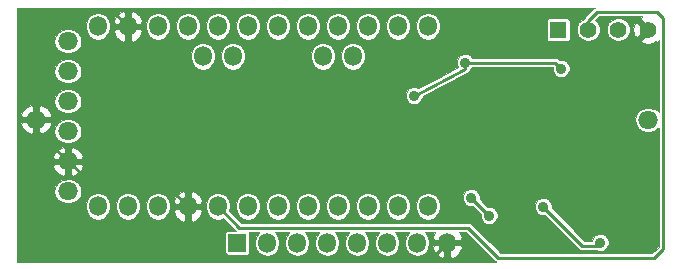
<source format=gbl>
G04 (created by PCBNEW (2013-jul-07)-stable) date Thu 14 Aug 2014 04:05:27 PM EDT*
%MOIN*%
G04 Gerber Fmt 3.4, Leading zero omitted, Abs format*
%FSLAX34Y34*%
G01*
G70*
G90*
G04 APERTURE LIST*
%ADD10C,0.00590551*%
%ADD11R,0.0590551X0.0590551*%
%ADD12O,0.0590551X0.0669291*%
%ADD13R,0.055X0.055*%
%ADD14C,0.055*%
%ADD15O,0.0669291X0.0590551*%
%ADD16C,0.035*%
%ADD17C,0.01*%
%ADD18C,0.0011811*%
G04 APERTURE END LIST*
G54D10*
G54D11*
X88200Y-57500D03*
G54D12*
X89200Y-57500D03*
X90200Y-57500D03*
X91200Y-57500D03*
X92200Y-57500D03*
X93200Y-57500D03*
X94200Y-57500D03*
X95200Y-57500D03*
G54D13*
X98900Y-50400D03*
G54D14*
X99900Y-50400D03*
X100900Y-50400D03*
X101900Y-50400D03*
G54D12*
X94560Y-56290D03*
X93560Y-56290D03*
X92560Y-56290D03*
X91560Y-56290D03*
X90560Y-56290D03*
X89560Y-56290D03*
X88560Y-56290D03*
X87560Y-56290D03*
X86560Y-56290D03*
X85560Y-56290D03*
X84560Y-56290D03*
X83560Y-56290D03*
X94560Y-50290D03*
X93560Y-50290D03*
X92560Y-50290D03*
X91560Y-50290D03*
X90560Y-50290D03*
X89560Y-50290D03*
X88560Y-50290D03*
X87560Y-50290D03*
X86560Y-50290D03*
X85560Y-50290D03*
X84560Y-50290D03*
X83560Y-50290D03*
G54D15*
X82560Y-50790D03*
X82560Y-51790D03*
X82560Y-52790D03*
X82560Y-53790D03*
X82560Y-54790D03*
X82560Y-55790D03*
G54D12*
X87060Y-51290D03*
X88060Y-51290D03*
X91060Y-51290D03*
X92060Y-51290D03*
G54D15*
X101900Y-53400D03*
X81500Y-53400D03*
G54D16*
X96000Y-56000D03*
X96600Y-56600D03*
X100300Y-57500D03*
X98400Y-56300D03*
X99000Y-51700D03*
X95800Y-51500D03*
X94100Y-52600D03*
G54D17*
X81500Y-53400D02*
X81500Y-50800D01*
X83970Y-49700D02*
X84560Y-50290D01*
X82600Y-49700D02*
X83970Y-49700D01*
X81500Y-50800D02*
X82600Y-49700D01*
X95200Y-57500D02*
X94700Y-58000D01*
X86560Y-57160D02*
X86560Y-56290D01*
X87400Y-58000D02*
X86560Y-57160D01*
X94700Y-58000D02*
X87400Y-58000D01*
X82560Y-54790D02*
X82590Y-54790D01*
X85870Y-55600D02*
X86560Y-56290D01*
X83400Y-55600D02*
X85870Y-55600D01*
X82590Y-54790D02*
X83400Y-55600D01*
X81500Y-53400D02*
X81500Y-53730D01*
X81500Y-53730D02*
X82560Y-54790D01*
X96600Y-56600D02*
X96000Y-56000D01*
X100200Y-57600D02*
X100300Y-57500D01*
X99700Y-57600D02*
X100200Y-57600D01*
X98400Y-56300D02*
X99700Y-57600D01*
X95800Y-51500D02*
X98800Y-51500D01*
X98800Y-51500D02*
X99000Y-51700D01*
X95800Y-51700D02*
X95800Y-51500D01*
X94100Y-52600D02*
X95800Y-51700D01*
X99900Y-50400D02*
X99900Y-50100D01*
X88270Y-57000D02*
X87560Y-56290D01*
X95900Y-57000D02*
X88270Y-57000D01*
X96900Y-58000D02*
X95900Y-57000D01*
X102100Y-58000D02*
X96900Y-58000D01*
X102400Y-57700D02*
X102100Y-58000D01*
X102400Y-50000D02*
X102400Y-57700D01*
X102200Y-49800D02*
X102400Y-50000D01*
X100200Y-49800D02*
X102200Y-49800D01*
X99900Y-50100D02*
X100200Y-49800D01*
G54D10*
G36*
X102244Y-57635D02*
X102035Y-57844D01*
X101280Y-57844D01*
X101280Y-50324D01*
X101223Y-50184D01*
X101116Y-50077D01*
X100976Y-50019D01*
X100824Y-50019D01*
X100684Y-50076D01*
X100577Y-50183D01*
X100519Y-50323D01*
X100519Y-50475D01*
X100576Y-50615D01*
X100683Y-50722D01*
X100823Y-50780D01*
X100975Y-50780D01*
X101115Y-50723D01*
X101222Y-50616D01*
X101280Y-50476D01*
X101280Y-50324D01*
X101280Y-57844D01*
X100580Y-57844D01*
X100580Y-57444D01*
X100538Y-57341D01*
X100459Y-57261D01*
X100356Y-57219D01*
X100244Y-57219D01*
X100141Y-57261D01*
X100061Y-57340D01*
X100019Y-57443D01*
X100019Y-57444D01*
X99764Y-57444D01*
X99280Y-56960D01*
X99280Y-51644D01*
X99280Y-51644D01*
X99280Y-50654D01*
X99280Y-50104D01*
X99264Y-50065D01*
X99235Y-50035D01*
X99196Y-50019D01*
X99154Y-50019D01*
X98604Y-50019D01*
X98565Y-50035D01*
X98535Y-50064D01*
X98519Y-50103D01*
X98519Y-50145D01*
X98519Y-50695D01*
X98535Y-50734D01*
X98564Y-50764D01*
X98603Y-50780D01*
X98645Y-50780D01*
X99195Y-50780D01*
X99234Y-50764D01*
X99264Y-50735D01*
X99280Y-50696D01*
X99280Y-50654D01*
X99280Y-51644D01*
X99238Y-51541D01*
X99159Y-51461D01*
X99056Y-51419D01*
X98944Y-51419D01*
X98940Y-51420D01*
X98910Y-51389D01*
X98859Y-51355D01*
X98800Y-51344D01*
X96039Y-51344D01*
X96038Y-51341D01*
X95959Y-51261D01*
X95856Y-51219D01*
X95744Y-51219D01*
X95641Y-51261D01*
X95561Y-51340D01*
X95519Y-51443D01*
X95519Y-51555D01*
X95558Y-51651D01*
X94961Y-51967D01*
X94961Y-50338D01*
X94961Y-50241D01*
X94930Y-50088D01*
X94843Y-49958D01*
X94713Y-49871D01*
X94560Y-49840D01*
X94406Y-49871D01*
X94276Y-49958D01*
X94189Y-50088D01*
X94158Y-50241D01*
X94158Y-50338D01*
X94189Y-50491D01*
X94276Y-50621D01*
X94406Y-50708D01*
X94560Y-50739D01*
X94713Y-50708D01*
X94843Y-50621D01*
X94930Y-50491D01*
X94961Y-50338D01*
X94961Y-51967D01*
X94235Y-52351D01*
X94156Y-52319D01*
X94044Y-52319D01*
X93961Y-52353D01*
X93961Y-50338D01*
X93961Y-50241D01*
X93930Y-50088D01*
X93843Y-49958D01*
X93713Y-49871D01*
X93560Y-49840D01*
X93406Y-49871D01*
X93276Y-49958D01*
X93189Y-50088D01*
X93158Y-50241D01*
X93158Y-50338D01*
X93189Y-50491D01*
X93276Y-50621D01*
X93406Y-50708D01*
X93560Y-50739D01*
X93713Y-50708D01*
X93843Y-50621D01*
X93930Y-50491D01*
X93961Y-50338D01*
X93961Y-52353D01*
X93941Y-52361D01*
X93861Y-52440D01*
X93819Y-52543D01*
X93819Y-52655D01*
X93861Y-52758D01*
X93940Y-52838D01*
X94043Y-52880D01*
X94155Y-52880D01*
X94258Y-52838D01*
X94338Y-52759D01*
X94380Y-52656D01*
X94380Y-52627D01*
X95872Y-51837D01*
X95890Y-51823D01*
X95910Y-51810D01*
X95914Y-51803D01*
X95920Y-51799D01*
X95930Y-51779D01*
X95944Y-51759D01*
X95945Y-51752D01*
X95948Y-51745D01*
X95949Y-51742D01*
X95958Y-51738D01*
X96038Y-51659D01*
X96039Y-51655D01*
X98719Y-51655D01*
X98719Y-51755D01*
X98761Y-51858D01*
X98840Y-51938D01*
X98943Y-51980D01*
X99055Y-51980D01*
X99158Y-51938D01*
X99238Y-51859D01*
X99280Y-51756D01*
X99280Y-51644D01*
X99280Y-56960D01*
X98679Y-56359D01*
X98680Y-56356D01*
X98680Y-56244D01*
X98638Y-56141D01*
X98559Y-56061D01*
X98456Y-56019D01*
X98344Y-56019D01*
X98241Y-56061D01*
X98161Y-56140D01*
X98119Y-56243D01*
X98119Y-56355D01*
X98161Y-56458D01*
X98240Y-56538D01*
X98343Y-56580D01*
X98455Y-56580D01*
X98459Y-56579D01*
X99589Y-57710D01*
X99640Y-57744D01*
X99640Y-57744D01*
X99700Y-57755D01*
X100183Y-57755D01*
X100243Y-57780D01*
X100355Y-57780D01*
X100458Y-57738D01*
X100538Y-57659D01*
X100580Y-57556D01*
X100580Y-57444D01*
X100580Y-57844D01*
X96964Y-57844D01*
X96880Y-57760D01*
X96880Y-56544D01*
X96838Y-56441D01*
X96759Y-56361D01*
X96656Y-56319D01*
X96544Y-56319D01*
X96540Y-56320D01*
X96279Y-56059D01*
X96280Y-56056D01*
X96280Y-55944D01*
X96238Y-55841D01*
X96159Y-55761D01*
X96056Y-55719D01*
X95944Y-55719D01*
X95841Y-55761D01*
X95761Y-55840D01*
X95719Y-55943D01*
X95719Y-56055D01*
X95761Y-56158D01*
X95840Y-56238D01*
X95943Y-56280D01*
X96055Y-56280D01*
X96059Y-56279D01*
X96320Y-56540D01*
X96319Y-56543D01*
X96319Y-56655D01*
X96361Y-56758D01*
X96440Y-56838D01*
X96543Y-56880D01*
X96655Y-56880D01*
X96758Y-56838D01*
X96838Y-56759D01*
X96880Y-56656D01*
X96880Y-56544D01*
X96880Y-57760D01*
X96010Y-56889D01*
X95959Y-56855D01*
X95900Y-56844D01*
X94961Y-56844D01*
X94961Y-56338D01*
X94961Y-56241D01*
X94930Y-56088D01*
X94843Y-55958D01*
X94713Y-55871D01*
X94560Y-55840D01*
X94406Y-55871D01*
X94276Y-55958D01*
X94189Y-56088D01*
X94158Y-56241D01*
X94158Y-56338D01*
X94189Y-56491D01*
X94276Y-56621D01*
X94406Y-56708D01*
X94560Y-56739D01*
X94713Y-56708D01*
X94843Y-56621D01*
X94930Y-56491D01*
X94961Y-56338D01*
X94961Y-56844D01*
X93961Y-56844D01*
X93961Y-56338D01*
X93961Y-56241D01*
X93930Y-56088D01*
X93843Y-55958D01*
X93713Y-55871D01*
X93560Y-55840D01*
X93406Y-55871D01*
X93276Y-55958D01*
X93189Y-56088D01*
X93158Y-56241D01*
X93158Y-56338D01*
X93189Y-56491D01*
X93276Y-56621D01*
X93406Y-56708D01*
X93560Y-56739D01*
X93713Y-56708D01*
X93843Y-56621D01*
X93930Y-56491D01*
X93961Y-56338D01*
X93961Y-56844D01*
X92961Y-56844D01*
X92961Y-56338D01*
X92961Y-56241D01*
X92961Y-50338D01*
X92961Y-50241D01*
X92930Y-50088D01*
X92843Y-49958D01*
X92713Y-49871D01*
X92560Y-49840D01*
X92406Y-49871D01*
X92276Y-49958D01*
X92189Y-50088D01*
X92158Y-50241D01*
X92158Y-50338D01*
X92189Y-50491D01*
X92276Y-50621D01*
X92406Y-50708D01*
X92560Y-50739D01*
X92713Y-50708D01*
X92843Y-50621D01*
X92930Y-50491D01*
X92961Y-50338D01*
X92961Y-56241D01*
X92930Y-56088D01*
X92843Y-55958D01*
X92713Y-55871D01*
X92560Y-55840D01*
X92461Y-55860D01*
X92461Y-51338D01*
X92461Y-51241D01*
X92430Y-51088D01*
X92343Y-50958D01*
X92213Y-50871D01*
X92060Y-50840D01*
X91961Y-50860D01*
X91961Y-50338D01*
X91961Y-50241D01*
X91930Y-50088D01*
X91843Y-49958D01*
X91713Y-49871D01*
X91560Y-49840D01*
X91406Y-49871D01*
X91276Y-49958D01*
X91189Y-50088D01*
X91158Y-50241D01*
X91158Y-50338D01*
X91189Y-50491D01*
X91276Y-50621D01*
X91406Y-50708D01*
X91560Y-50739D01*
X91713Y-50708D01*
X91843Y-50621D01*
X91930Y-50491D01*
X91961Y-50338D01*
X91961Y-50860D01*
X91906Y-50871D01*
X91776Y-50958D01*
X91689Y-51088D01*
X91658Y-51241D01*
X91658Y-51338D01*
X91689Y-51491D01*
X91776Y-51621D01*
X91906Y-51708D01*
X92060Y-51739D01*
X92213Y-51708D01*
X92343Y-51621D01*
X92430Y-51491D01*
X92461Y-51338D01*
X92461Y-55860D01*
X92406Y-55871D01*
X92276Y-55958D01*
X92189Y-56088D01*
X92158Y-56241D01*
X92158Y-56338D01*
X92189Y-56491D01*
X92276Y-56621D01*
X92406Y-56708D01*
X92560Y-56739D01*
X92713Y-56708D01*
X92843Y-56621D01*
X92930Y-56491D01*
X92961Y-56338D01*
X92961Y-56844D01*
X91961Y-56844D01*
X91961Y-56338D01*
X91961Y-56241D01*
X91930Y-56088D01*
X91843Y-55958D01*
X91713Y-55871D01*
X91560Y-55840D01*
X91461Y-55860D01*
X91461Y-51338D01*
X91461Y-51241D01*
X91430Y-51088D01*
X91343Y-50958D01*
X91213Y-50871D01*
X91060Y-50840D01*
X90961Y-50860D01*
X90961Y-50338D01*
X90961Y-50241D01*
X90930Y-50088D01*
X90843Y-49958D01*
X90713Y-49871D01*
X90560Y-49840D01*
X90406Y-49871D01*
X90276Y-49958D01*
X90189Y-50088D01*
X90158Y-50241D01*
X90158Y-50338D01*
X90189Y-50491D01*
X90276Y-50621D01*
X90406Y-50708D01*
X90560Y-50739D01*
X90713Y-50708D01*
X90843Y-50621D01*
X90930Y-50491D01*
X90961Y-50338D01*
X90961Y-50860D01*
X90906Y-50871D01*
X90776Y-50958D01*
X90689Y-51088D01*
X90658Y-51241D01*
X90658Y-51338D01*
X90689Y-51491D01*
X90776Y-51621D01*
X90906Y-51708D01*
X91060Y-51739D01*
X91213Y-51708D01*
X91343Y-51621D01*
X91430Y-51491D01*
X91461Y-51338D01*
X91461Y-55860D01*
X91406Y-55871D01*
X91276Y-55958D01*
X91189Y-56088D01*
X91158Y-56241D01*
X91158Y-56338D01*
X91189Y-56491D01*
X91276Y-56621D01*
X91406Y-56708D01*
X91560Y-56739D01*
X91713Y-56708D01*
X91843Y-56621D01*
X91930Y-56491D01*
X91961Y-56338D01*
X91961Y-56844D01*
X90961Y-56844D01*
X90961Y-56338D01*
X90961Y-56241D01*
X90930Y-56088D01*
X90843Y-55958D01*
X90713Y-55871D01*
X90560Y-55840D01*
X90406Y-55871D01*
X90276Y-55958D01*
X90189Y-56088D01*
X90158Y-56241D01*
X90158Y-56338D01*
X90189Y-56491D01*
X90276Y-56621D01*
X90406Y-56708D01*
X90560Y-56739D01*
X90713Y-56708D01*
X90843Y-56621D01*
X90930Y-56491D01*
X90961Y-56338D01*
X90961Y-56844D01*
X89961Y-56844D01*
X89961Y-56338D01*
X89961Y-56241D01*
X89961Y-50338D01*
X89961Y-50241D01*
X89930Y-50088D01*
X89843Y-49958D01*
X89713Y-49871D01*
X89560Y-49840D01*
X89406Y-49871D01*
X89276Y-49958D01*
X89189Y-50088D01*
X89158Y-50241D01*
X89158Y-50338D01*
X89189Y-50491D01*
X89276Y-50621D01*
X89406Y-50708D01*
X89560Y-50739D01*
X89713Y-50708D01*
X89843Y-50621D01*
X89930Y-50491D01*
X89961Y-50338D01*
X89961Y-56241D01*
X89930Y-56088D01*
X89843Y-55958D01*
X89713Y-55871D01*
X89560Y-55840D01*
X89406Y-55871D01*
X89276Y-55958D01*
X89189Y-56088D01*
X89158Y-56241D01*
X89158Y-56338D01*
X89189Y-56491D01*
X89276Y-56621D01*
X89406Y-56708D01*
X89560Y-56739D01*
X89713Y-56708D01*
X89843Y-56621D01*
X89930Y-56491D01*
X89961Y-56338D01*
X89961Y-56844D01*
X88961Y-56844D01*
X88961Y-56338D01*
X88961Y-56241D01*
X88961Y-50338D01*
X88961Y-50241D01*
X88930Y-50088D01*
X88843Y-49958D01*
X88713Y-49871D01*
X88560Y-49840D01*
X88406Y-49871D01*
X88276Y-49958D01*
X88189Y-50088D01*
X88158Y-50241D01*
X88158Y-50338D01*
X88189Y-50491D01*
X88276Y-50621D01*
X88406Y-50708D01*
X88560Y-50739D01*
X88713Y-50708D01*
X88843Y-50621D01*
X88930Y-50491D01*
X88961Y-50338D01*
X88961Y-56241D01*
X88930Y-56088D01*
X88843Y-55958D01*
X88713Y-55871D01*
X88560Y-55840D01*
X88461Y-55860D01*
X88461Y-51338D01*
X88461Y-51241D01*
X88430Y-51088D01*
X88343Y-50958D01*
X88213Y-50871D01*
X88060Y-50840D01*
X87961Y-50860D01*
X87961Y-50338D01*
X87961Y-50241D01*
X87930Y-50088D01*
X87843Y-49958D01*
X87713Y-49871D01*
X87560Y-49840D01*
X87406Y-49871D01*
X87276Y-49958D01*
X87189Y-50088D01*
X87158Y-50241D01*
X87158Y-50338D01*
X87189Y-50491D01*
X87276Y-50621D01*
X87406Y-50708D01*
X87560Y-50739D01*
X87713Y-50708D01*
X87843Y-50621D01*
X87930Y-50491D01*
X87961Y-50338D01*
X87961Y-50860D01*
X87906Y-50871D01*
X87776Y-50958D01*
X87689Y-51088D01*
X87658Y-51241D01*
X87658Y-51338D01*
X87689Y-51491D01*
X87776Y-51621D01*
X87906Y-51708D01*
X88060Y-51739D01*
X88213Y-51708D01*
X88343Y-51621D01*
X88430Y-51491D01*
X88461Y-51338D01*
X88461Y-55860D01*
X88406Y-55871D01*
X88276Y-55958D01*
X88189Y-56088D01*
X88158Y-56241D01*
X88158Y-56338D01*
X88189Y-56491D01*
X88276Y-56621D01*
X88406Y-56708D01*
X88560Y-56739D01*
X88713Y-56708D01*
X88843Y-56621D01*
X88930Y-56491D01*
X88961Y-56338D01*
X88961Y-56844D01*
X88334Y-56844D01*
X87939Y-56448D01*
X87961Y-56338D01*
X87961Y-56241D01*
X87930Y-56088D01*
X87843Y-55958D01*
X87713Y-55871D01*
X87560Y-55840D01*
X87461Y-55860D01*
X87461Y-51338D01*
X87461Y-51241D01*
X87430Y-51088D01*
X87343Y-50958D01*
X87213Y-50871D01*
X87060Y-50840D01*
X86961Y-50860D01*
X86961Y-50338D01*
X86961Y-50241D01*
X86930Y-50088D01*
X86843Y-49958D01*
X86713Y-49871D01*
X86560Y-49840D01*
X86406Y-49871D01*
X86276Y-49958D01*
X86189Y-50088D01*
X86158Y-50241D01*
X86158Y-50338D01*
X86189Y-50491D01*
X86276Y-50621D01*
X86406Y-50708D01*
X86560Y-50739D01*
X86713Y-50708D01*
X86843Y-50621D01*
X86930Y-50491D01*
X86961Y-50338D01*
X86961Y-50860D01*
X86906Y-50871D01*
X86776Y-50958D01*
X86689Y-51088D01*
X86658Y-51241D01*
X86658Y-51338D01*
X86689Y-51491D01*
X86776Y-51621D01*
X86906Y-51708D01*
X87060Y-51739D01*
X87213Y-51708D01*
X87343Y-51621D01*
X87430Y-51491D01*
X87461Y-51338D01*
X87461Y-55860D01*
X87406Y-55871D01*
X87276Y-55958D01*
X87189Y-56088D01*
X87158Y-56241D01*
X87158Y-56338D01*
X87189Y-56491D01*
X87276Y-56621D01*
X87406Y-56708D01*
X87560Y-56739D01*
X87713Y-56708D01*
X87740Y-56690D01*
X88148Y-57098D01*
X87883Y-57098D01*
X87844Y-57114D01*
X87814Y-57144D01*
X87798Y-57183D01*
X87798Y-57225D01*
X87798Y-57816D01*
X87814Y-57855D01*
X87844Y-57885D01*
X87883Y-57901D01*
X87925Y-57901D01*
X88516Y-57901D01*
X88555Y-57885D01*
X88585Y-57855D01*
X88601Y-57816D01*
X88601Y-57774D01*
X88601Y-57183D01*
X88589Y-57155D01*
X88934Y-57155D01*
X88916Y-57168D01*
X88829Y-57298D01*
X88798Y-57451D01*
X88798Y-57548D01*
X88829Y-57701D01*
X88916Y-57831D01*
X89046Y-57918D01*
X89200Y-57949D01*
X89353Y-57918D01*
X89483Y-57831D01*
X89570Y-57701D01*
X89601Y-57548D01*
X89601Y-57451D01*
X89570Y-57298D01*
X89483Y-57168D01*
X89465Y-57155D01*
X89934Y-57155D01*
X89916Y-57168D01*
X89829Y-57298D01*
X89798Y-57451D01*
X89798Y-57548D01*
X89829Y-57701D01*
X89916Y-57831D01*
X90046Y-57918D01*
X90200Y-57949D01*
X90353Y-57918D01*
X90483Y-57831D01*
X90570Y-57701D01*
X90601Y-57548D01*
X90601Y-57451D01*
X90570Y-57298D01*
X90483Y-57168D01*
X90465Y-57155D01*
X90934Y-57155D01*
X90916Y-57168D01*
X90829Y-57298D01*
X90798Y-57451D01*
X90798Y-57548D01*
X90829Y-57701D01*
X90916Y-57831D01*
X91046Y-57918D01*
X91200Y-57949D01*
X91353Y-57918D01*
X91483Y-57831D01*
X91570Y-57701D01*
X91601Y-57548D01*
X91601Y-57451D01*
X91570Y-57298D01*
X91483Y-57168D01*
X91465Y-57155D01*
X91934Y-57155D01*
X91916Y-57168D01*
X91829Y-57298D01*
X91798Y-57451D01*
X91798Y-57548D01*
X91829Y-57701D01*
X91916Y-57831D01*
X92046Y-57918D01*
X92200Y-57949D01*
X92353Y-57918D01*
X92483Y-57831D01*
X92570Y-57701D01*
X92601Y-57548D01*
X92601Y-57451D01*
X92570Y-57298D01*
X92483Y-57168D01*
X92465Y-57155D01*
X92934Y-57155D01*
X92916Y-57168D01*
X92829Y-57298D01*
X92798Y-57451D01*
X92798Y-57548D01*
X92829Y-57701D01*
X92916Y-57831D01*
X93046Y-57918D01*
X93200Y-57949D01*
X93353Y-57918D01*
X93483Y-57831D01*
X93570Y-57701D01*
X93601Y-57548D01*
X93601Y-57451D01*
X93570Y-57298D01*
X93483Y-57168D01*
X93465Y-57155D01*
X93934Y-57155D01*
X93916Y-57168D01*
X93829Y-57298D01*
X93798Y-57451D01*
X93798Y-57548D01*
X93829Y-57701D01*
X93916Y-57831D01*
X94046Y-57918D01*
X94200Y-57949D01*
X94353Y-57918D01*
X94483Y-57831D01*
X94570Y-57701D01*
X94601Y-57548D01*
X94601Y-57451D01*
X94570Y-57298D01*
X94483Y-57168D01*
X94465Y-57155D01*
X94805Y-57155D01*
X94718Y-57328D01*
X94755Y-57405D01*
X95105Y-57405D01*
X95105Y-57398D01*
X95294Y-57398D01*
X95294Y-57405D01*
X95644Y-57405D01*
X95681Y-57328D01*
X95594Y-57155D01*
X95835Y-57155D01*
X96789Y-58110D01*
X96789Y-58110D01*
X96815Y-58127D01*
X96826Y-58135D01*
X95681Y-58135D01*
X95681Y-57671D01*
X95644Y-57594D01*
X95294Y-57594D01*
X95294Y-57979D01*
X95369Y-58010D01*
X95447Y-57972D01*
X95594Y-57845D01*
X95681Y-57671D01*
X95681Y-58135D01*
X95105Y-58135D01*
X95105Y-57979D01*
X95105Y-57594D01*
X94755Y-57594D01*
X94718Y-57671D01*
X94805Y-57845D01*
X94952Y-57972D01*
X95030Y-58010D01*
X95105Y-57979D01*
X95105Y-58135D01*
X87041Y-58135D01*
X87041Y-56461D01*
X87041Y-56118D01*
X86954Y-55944D01*
X86807Y-55817D01*
X86729Y-55779D01*
X86654Y-55810D01*
X86654Y-56195D01*
X87004Y-56195D01*
X87041Y-56118D01*
X87041Y-56461D01*
X87004Y-56384D01*
X86654Y-56384D01*
X86654Y-56769D01*
X86729Y-56800D01*
X86807Y-56762D01*
X86954Y-56635D01*
X87041Y-56461D01*
X87041Y-58135D01*
X86465Y-58135D01*
X86465Y-56769D01*
X86465Y-56384D01*
X86465Y-56195D01*
X86465Y-55810D01*
X86390Y-55779D01*
X86312Y-55817D01*
X86165Y-55944D01*
X86078Y-56118D01*
X86115Y-56195D01*
X86465Y-56195D01*
X86465Y-56384D01*
X86115Y-56384D01*
X86078Y-56461D01*
X86165Y-56635D01*
X86312Y-56762D01*
X86390Y-56800D01*
X86465Y-56769D01*
X86465Y-58135D01*
X85961Y-58135D01*
X85961Y-56338D01*
X85961Y-56241D01*
X85961Y-50338D01*
X85961Y-50241D01*
X85930Y-50088D01*
X85843Y-49958D01*
X85713Y-49871D01*
X85560Y-49840D01*
X85406Y-49871D01*
X85276Y-49958D01*
X85189Y-50088D01*
X85158Y-50241D01*
X85158Y-50338D01*
X85189Y-50491D01*
X85276Y-50621D01*
X85406Y-50708D01*
X85560Y-50739D01*
X85713Y-50708D01*
X85843Y-50621D01*
X85930Y-50491D01*
X85961Y-50338D01*
X85961Y-56241D01*
X85930Y-56088D01*
X85843Y-55958D01*
X85713Y-55871D01*
X85560Y-55840D01*
X85406Y-55871D01*
X85276Y-55958D01*
X85189Y-56088D01*
X85158Y-56241D01*
X85158Y-56338D01*
X85189Y-56491D01*
X85276Y-56621D01*
X85406Y-56708D01*
X85560Y-56739D01*
X85713Y-56708D01*
X85843Y-56621D01*
X85930Y-56491D01*
X85961Y-56338D01*
X85961Y-58135D01*
X85041Y-58135D01*
X85041Y-50461D01*
X85041Y-50118D01*
X84954Y-49944D01*
X84807Y-49817D01*
X84729Y-49779D01*
X84654Y-49810D01*
X84654Y-50195D01*
X85004Y-50195D01*
X85041Y-50118D01*
X85041Y-50461D01*
X85004Y-50384D01*
X84654Y-50384D01*
X84654Y-50769D01*
X84729Y-50800D01*
X84807Y-50762D01*
X84954Y-50635D01*
X85041Y-50461D01*
X85041Y-58135D01*
X84961Y-58135D01*
X84961Y-56338D01*
X84961Y-56241D01*
X84930Y-56088D01*
X84843Y-55958D01*
X84713Y-55871D01*
X84560Y-55840D01*
X84465Y-55859D01*
X84465Y-50769D01*
X84465Y-50384D01*
X84465Y-50195D01*
X84465Y-49810D01*
X84390Y-49779D01*
X84312Y-49817D01*
X84165Y-49944D01*
X84078Y-50118D01*
X84115Y-50195D01*
X84465Y-50195D01*
X84465Y-50384D01*
X84115Y-50384D01*
X84078Y-50461D01*
X84165Y-50635D01*
X84312Y-50762D01*
X84390Y-50800D01*
X84465Y-50769D01*
X84465Y-55859D01*
X84406Y-55871D01*
X84276Y-55958D01*
X84189Y-56088D01*
X84158Y-56241D01*
X84158Y-56338D01*
X84189Y-56491D01*
X84276Y-56621D01*
X84406Y-56708D01*
X84560Y-56739D01*
X84713Y-56708D01*
X84843Y-56621D01*
X84930Y-56491D01*
X84961Y-56338D01*
X84961Y-58135D01*
X83961Y-58135D01*
X83961Y-56338D01*
X83961Y-56241D01*
X83961Y-50338D01*
X83961Y-50241D01*
X83930Y-50088D01*
X83843Y-49958D01*
X83713Y-49871D01*
X83560Y-49840D01*
X83406Y-49871D01*
X83276Y-49958D01*
X83189Y-50088D01*
X83158Y-50241D01*
X83158Y-50338D01*
X83189Y-50491D01*
X83276Y-50621D01*
X83406Y-50708D01*
X83560Y-50739D01*
X83713Y-50708D01*
X83843Y-50621D01*
X83930Y-50491D01*
X83961Y-50338D01*
X83961Y-56241D01*
X83930Y-56088D01*
X83843Y-55958D01*
X83713Y-55871D01*
X83560Y-55840D01*
X83406Y-55871D01*
X83276Y-55958D01*
X83189Y-56088D01*
X83158Y-56241D01*
X83158Y-56338D01*
X83189Y-56491D01*
X83276Y-56621D01*
X83406Y-56708D01*
X83560Y-56739D01*
X83713Y-56708D01*
X83843Y-56621D01*
X83930Y-56491D01*
X83961Y-56338D01*
X83961Y-58135D01*
X83070Y-58135D01*
X83070Y-54959D01*
X83070Y-54620D01*
X83032Y-54542D01*
X83009Y-54515D01*
X83009Y-53790D01*
X83009Y-52790D01*
X83009Y-51790D01*
X83009Y-50790D01*
X82978Y-50636D01*
X82891Y-50506D01*
X82761Y-50419D01*
X82608Y-50388D01*
X82511Y-50388D01*
X82358Y-50419D01*
X82228Y-50506D01*
X82141Y-50636D01*
X82110Y-50790D01*
X82141Y-50943D01*
X82228Y-51073D01*
X82358Y-51160D01*
X82511Y-51191D01*
X82608Y-51191D01*
X82761Y-51160D01*
X82891Y-51073D01*
X82978Y-50943D01*
X83009Y-50790D01*
X83009Y-51790D01*
X82978Y-51636D01*
X82891Y-51506D01*
X82761Y-51419D01*
X82608Y-51388D01*
X82511Y-51388D01*
X82358Y-51419D01*
X82228Y-51506D01*
X82141Y-51636D01*
X82110Y-51790D01*
X82141Y-51943D01*
X82228Y-52073D01*
X82358Y-52160D01*
X82511Y-52191D01*
X82608Y-52191D01*
X82761Y-52160D01*
X82891Y-52073D01*
X82978Y-51943D01*
X83009Y-51790D01*
X83009Y-52790D01*
X82978Y-52636D01*
X82891Y-52506D01*
X82761Y-52419D01*
X82608Y-52388D01*
X82511Y-52388D01*
X82358Y-52419D01*
X82228Y-52506D01*
X82141Y-52636D01*
X82110Y-52790D01*
X82141Y-52943D01*
X82228Y-53073D01*
X82358Y-53160D01*
X82511Y-53191D01*
X82608Y-53191D01*
X82761Y-53160D01*
X82891Y-53073D01*
X82978Y-52943D01*
X83009Y-52790D01*
X83009Y-53790D01*
X82978Y-53636D01*
X82891Y-53506D01*
X82761Y-53419D01*
X82608Y-53388D01*
X82511Y-53388D01*
X82358Y-53419D01*
X82228Y-53506D01*
X82141Y-53636D01*
X82110Y-53790D01*
X82141Y-53943D01*
X82228Y-54073D01*
X82358Y-54160D01*
X82511Y-54191D01*
X82608Y-54191D01*
X82761Y-54160D01*
X82891Y-54073D01*
X82978Y-53943D01*
X83009Y-53790D01*
X83009Y-54515D01*
X82905Y-54395D01*
X82731Y-54308D01*
X82654Y-54345D01*
X82654Y-54695D01*
X83039Y-54695D01*
X83070Y-54620D01*
X83070Y-54959D01*
X83039Y-54884D01*
X82654Y-54884D01*
X82654Y-55234D01*
X82731Y-55271D01*
X82905Y-55184D01*
X83032Y-55037D01*
X83070Y-54959D01*
X83070Y-58135D01*
X83009Y-58135D01*
X83009Y-55790D01*
X82978Y-55636D01*
X82891Y-55506D01*
X82761Y-55419D01*
X82608Y-55388D01*
X82511Y-55388D01*
X82465Y-55397D01*
X82465Y-55234D01*
X82465Y-54884D01*
X82465Y-54695D01*
X82465Y-54345D01*
X82388Y-54308D01*
X82214Y-54395D01*
X82087Y-54542D01*
X82049Y-54620D01*
X82080Y-54695D01*
X82465Y-54695D01*
X82465Y-54884D01*
X82080Y-54884D01*
X82049Y-54959D01*
X82087Y-55037D01*
X82214Y-55184D01*
X82388Y-55271D01*
X82465Y-55234D01*
X82465Y-55397D01*
X82358Y-55419D01*
X82228Y-55506D01*
X82141Y-55636D01*
X82110Y-55790D01*
X82141Y-55943D01*
X82228Y-56073D01*
X82358Y-56160D01*
X82511Y-56191D01*
X82608Y-56191D01*
X82761Y-56160D01*
X82891Y-56073D01*
X82978Y-55943D01*
X83009Y-55790D01*
X83009Y-58135D01*
X82010Y-58135D01*
X82010Y-53569D01*
X82010Y-53230D01*
X81972Y-53152D01*
X81845Y-53005D01*
X81671Y-52918D01*
X81594Y-52955D01*
X81594Y-53305D01*
X81979Y-53305D01*
X82010Y-53230D01*
X82010Y-53569D01*
X81979Y-53494D01*
X81594Y-53494D01*
X81594Y-53844D01*
X81671Y-53881D01*
X81845Y-53794D01*
X81972Y-53647D01*
X82010Y-53569D01*
X82010Y-58135D01*
X81405Y-58135D01*
X81405Y-53844D01*
X81405Y-53494D01*
X81405Y-53305D01*
X81405Y-52955D01*
X81328Y-52918D01*
X81154Y-53005D01*
X81027Y-53152D01*
X80989Y-53230D01*
X81020Y-53305D01*
X81405Y-53305D01*
X81405Y-53494D01*
X81020Y-53494D01*
X80989Y-53569D01*
X81027Y-53647D01*
X81154Y-53794D01*
X81328Y-53881D01*
X81405Y-53844D01*
X81405Y-58135D01*
X80864Y-58135D01*
X80864Y-49664D01*
X100126Y-49664D01*
X100089Y-49689D01*
X99789Y-49989D01*
X99755Y-50040D01*
X99754Y-50048D01*
X99684Y-50076D01*
X99577Y-50183D01*
X99519Y-50323D01*
X99519Y-50475D01*
X99576Y-50615D01*
X99683Y-50722D01*
X99823Y-50780D01*
X99975Y-50780D01*
X100115Y-50723D01*
X100222Y-50616D01*
X100280Y-50476D01*
X100280Y-50324D01*
X100223Y-50184D01*
X100129Y-50090D01*
X100264Y-49955D01*
X101693Y-49955D01*
X101663Y-50030D01*
X101900Y-50266D01*
X101905Y-50261D01*
X102038Y-50394D01*
X102033Y-50400D01*
X102038Y-50405D01*
X101905Y-50538D01*
X101900Y-50533D01*
X101766Y-50666D01*
X101766Y-50400D01*
X101530Y-50163D01*
X101455Y-50193D01*
X101410Y-50379D01*
X101439Y-50568D01*
X101455Y-50606D01*
X101530Y-50636D01*
X101766Y-50400D01*
X101766Y-50666D01*
X101663Y-50769D01*
X101693Y-50844D01*
X101879Y-50889D01*
X102068Y-50860D01*
X102106Y-50844D01*
X102136Y-50769D01*
X102136Y-50769D01*
X102180Y-50813D01*
X102244Y-50749D01*
X102244Y-53134D01*
X102231Y-53116D01*
X102136Y-53052D01*
X102101Y-53029D01*
X101948Y-52998D01*
X101851Y-52998D01*
X101698Y-53029D01*
X101568Y-53116D01*
X101481Y-53246D01*
X101450Y-53400D01*
X101481Y-53553D01*
X101568Y-53683D01*
X101698Y-53770D01*
X101851Y-53801D01*
X101948Y-53801D01*
X102101Y-53770D01*
X102231Y-53683D01*
X102244Y-53665D01*
X102244Y-57635D01*
X102244Y-57635D01*
G37*
G54D18*
X102244Y-57635D02*
X102035Y-57844D01*
X101280Y-57844D01*
X101280Y-50324D01*
X101223Y-50184D01*
X101116Y-50077D01*
X100976Y-50019D01*
X100824Y-50019D01*
X100684Y-50076D01*
X100577Y-50183D01*
X100519Y-50323D01*
X100519Y-50475D01*
X100576Y-50615D01*
X100683Y-50722D01*
X100823Y-50780D01*
X100975Y-50780D01*
X101115Y-50723D01*
X101222Y-50616D01*
X101280Y-50476D01*
X101280Y-50324D01*
X101280Y-57844D01*
X100580Y-57844D01*
X100580Y-57444D01*
X100538Y-57341D01*
X100459Y-57261D01*
X100356Y-57219D01*
X100244Y-57219D01*
X100141Y-57261D01*
X100061Y-57340D01*
X100019Y-57443D01*
X100019Y-57444D01*
X99764Y-57444D01*
X99280Y-56960D01*
X99280Y-51644D01*
X99280Y-51644D01*
X99280Y-50654D01*
X99280Y-50104D01*
X99264Y-50065D01*
X99235Y-50035D01*
X99196Y-50019D01*
X99154Y-50019D01*
X98604Y-50019D01*
X98565Y-50035D01*
X98535Y-50064D01*
X98519Y-50103D01*
X98519Y-50145D01*
X98519Y-50695D01*
X98535Y-50734D01*
X98564Y-50764D01*
X98603Y-50780D01*
X98645Y-50780D01*
X99195Y-50780D01*
X99234Y-50764D01*
X99264Y-50735D01*
X99280Y-50696D01*
X99280Y-50654D01*
X99280Y-51644D01*
X99238Y-51541D01*
X99159Y-51461D01*
X99056Y-51419D01*
X98944Y-51419D01*
X98940Y-51420D01*
X98910Y-51389D01*
X98859Y-51355D01*
X98800Y-51344D01*
X96039Y-51344D01*
X96038Y-51341D01*
X95959Y-51261D01*
X95856Y-51219D01*
X95744Y-51219D01*
X95641Y-51261D01*
X95561Y-51340D01*
X95519Y-51443D01*
X95519Y-51555D01*
X95558Y-51651D01*
X94961Y-51967D01*
X94961Y-50338D01*
X94961Y-50241D01*
X94930Y-50088D01*
X94843Y-49958D01*
X94713Y-49871D01*
X94560Y-49840D01*
X94406Y-49871D01*
X94276Y-49958D01*
X94189Y-50088D01*
X94158Y-50241D01*
X94158Y-50338D01*
X94189Y-50491D01*
X94276Y-50621D01*
X94406Y-50708D01*
X94560Y-50739D01*
X94713Y-50708D01*
X94843Y-50621D01*
X94930Y-50491D01*
X94961Y-50338D01*
X94961Y-51967D01*
X94235Y-52351D01*
X94156Y-52319D01*
X94044Y-52319D01*
X93961Y-52353D01*
X93961Y-50338D01*
X93961Y-50241D01*
X93930Y-50088D01*
X93843Y-49958D01*
X93713Y-49871D01*
X93560Y-49840D01*
X93406Y-49871D01*
X93276Y-49958D01*
X93189Y-50088D01*
X93158Y-50241D01*
X93158Y-50338D01*
X93189Y-50491D01*
X93276Y-50621D01*
X93406Y-50708D01*
X93560Y-50739D01*
X93713Y-50708D01*
X93843Y-50621D01*
X93930Y-50491D01*
X93961Y-50338D01*
X93961Y-52353D01*
X93941Y-52361D01*
X93861Y-52440D01*
X93819Y-52543D01*
X93819Y-52655D01*
X93861Y-52758D01*
X93940Y-52838D01*
X94043Y-52880D01*
X94155Y-52880D01*
X94258Y-52838D01*
X94338Y-52759D01*
X94380Y-52656D01*
X94380Y-52627D01*
X95872Y-51837D01*
X95890Y-51823D01*
X95910Y-51810D01*
X95914Y-51803D01*
X95920Y-51799D01*
X95930Y-51779D01*
X95944Y-51759D01*
X95945Y-51752D01*
X95948Y-51745D01*
X95949Y-51742D01*
X95958Y-51738D01*
X96038Y-51659D01*
X96039Y-51655D01*
X98719Y-51655D01*
X98719Y-51755D01*
X98761Y-51858D01*
X98840Y-51938D01*
X98943Y-51980D01*
X99055Y-51980D01*
X99158Y-51938D01*
X99238Y-51859D01*
X99280Y-51756D01*
X99280Y-51644D01*
X99280Y-56960D01*
X98679Y-56359D01*
X98680Y-56356D01*
X98680Y-56244D01*
X98638Y-56141D01*
X98559Y-56061D01*
X98456Y-56019D01*
X98344Y-56019D01*
X98241Y-56061D01*
X98161Y-56140D01*
X98119Y-56243D01*
X98119Y-56355D01*
X98161Y-56458D01*
X98240Y-56538D01*
X98343Y-56580D01*
X98455Y-56580D01*
X98459Y-56579D01*
X99589Y-57710D01*
X99640Y-57744D01*
X99640Y-57744D01*
X99700Y-57755D01*
X100183Y-57755D01*
X100243Y-57780D01*
X100355Y-57780D01*
X100458Y-57738D01*
X100538Y-57659D01*
X100580Y-57556D01*
X100580Y-57444D01*
X100580Y-57844D01*
X96964Y-57844D01*
X96880Y-57760D01*
X96880Y-56544D01*
X96838Y-56441D01*
X96759Y-56361D01*
X96656Y-56319D01*
X96544Y-56319D01*
X96540Y-56320D01*
X96279Y-56059D01*
X96280Y-56056D01*
X96280Y-55944D01*
X96238Y-55841D01*
X96159Y-55761D01*
X96056Y-55719D01*
X95944Y-55719D01*
X95841Y-55761D01*
X95761Y-55840D01*
X95719Y-55943D01*
X95719Y-56055D01*
X95761Y-56158D01*
X95840Y-56238D01*
X95943Y-56280D01*
X96055Y-56280D01*
X96059Y-56279D01*
X96320Y-56540D01*
X96319Y-56543D01*
X96319Y-56655D01*
X96361Y-56758D01*
X96440Y-56838D01*
X96543Y-56880D01*
X96655Y-56880D01*
X96758Y-56838D01*
X96838Y-56759D01*
X96880Y-56656D01*
X96880Y-56544D01*
X96880Y-57760D01*
X96010Y-56889D01*
X95959Y-56855D01*
X95900Y-56844D01*
X94961Y-56844D01*
X94961Y-56338D01*
X94961Y-56241D01*
X94930Y-56088D01*
X94843Y-55958D01*
X94713Y-55871D01*
X94560Y-55840D01*
X94406Y-55871D01*
X94276Y-55958D01*
X94189Y-56088D01*
X94158Y-56241D01*
X94158Y-56338D01*
X94189Y-56491D01*
X94276Y-56621D01*
X94406Y-56708D01*
X94560Y-56739D01*
X94713Y-56708D01*
X94843Y-56621D01*
X94930Y-56491D01*
X94961Y-56338D01*
X94961Y-56844D01*
X93961Y-56844D01*
X93961Y-56338D01*
X93961Y-56241D01*
X93930Y-56088D01*
X93843Y-55958D01*
X93713Y-55871D01*
X93560Y-55840D01*
X93406Y-55871D01*
X93276Y-55958D01*
X93189Y-56088D01*
X93158Y-56241D01*
X93158Y-56338D01*
X93189Y-56491D01*
X93276Y-56621D01*
X93406Y-56708D01*
X93560Y-56739D01*
X93713Y-56708D01*
X93843Y-56621D01*
X93930Y-56491D01*
X93961Y-56338D01*
X93961Y-56844D01*
X92961Y-56844D01*
X92961Y-56338D01*
X92961Y-56241D01*
X92961Y-50338D01*
X92961Y-50241D01*
X92930Y-50088D01*
X92843Y-49958D01*
X92713Y-49871D01*
X92560Y-49840D01*
X92406Y-49871D01*
X92276Y-49958D01*
X92189Y-50088D01*
X92158Y-50241D01*
X92158Y-50338D01*
X92189Y-50491D01*
X92276Y-50621D01*
X92406Y-50708D01*
X92560Y-50739D01*
X92713Y-50708D01*
X92843Y-50621D01*
X92930Y-50491D01*
X92961Y-50338D01*
X92961Y-56241D01*
X92930Y-56088D01*
X92843Y-55958D01*
X92713Y-55871D01*
X92560Y-55840D01*
X92461Y-55860D01*
X92461Y-51338D01*
X92461Y-51241D01*
X92430Y-51088D01*
X92343Y-50958D01*
X92213Y-50871D01*
X92060Y-50840D01*
X91961Y-50860D01*
X91961Y-50338D01*
X91961Y-50241D01*
X91930Y-50088D01*
X91843Y-49958D01*
X91713Y-49871D01*
X91560Y-49840D01*
X91406Y-49871D01*
X91276Y-49958D01*
X91189Y-50088D01*
X91158Y-50241D01*
X91158Y-50338D01*
X91189Y-50491D01*
X91276Y-50621D01*
X91406Y-50708D01*
X91560Y-50739D01*
X91713Y-50708D01*
X91843Y-50621D01*
X91930Y-50491D01*
X91961Y-50338D01*
X91961Y-50860D01*
X91906Y-50871D01*
X91776Y-50958D01*
X91689Y-51088D01*
X91658Y-51241D01*
X91658Y-51338D01*
X91689Y-51491D01*
X91776Y-51621D01*
X91906Y-51708D01*
X92060Y-51739D01*
X92213Y-51708D01*
X92343Y-51621D01*
X92430Y-51491D01*
X92461Y-51338D01*
X92461Y-55860D01*
X92406Y-55871D01*
X92276Y-55958D01*
X92189Y-56088D01*
X92158Y-56241D01*
X92158Y-56338D01*
X92189Y-56491D01*
X92276Y-56621D01*
X92406Y-56708D01*
X92560Y-56739D01*
X92713Y-56708D01*
X92843Y-56621D01*
X92930Y-56491D01*
X92961Y-56338D01*
X92961Y-56844D01*
X91961Y-56844D01*
X91961Y-56338D01*
X91961Y-56241D01*
X91930Y-56088D01*
X91843Y-55958D01*
X91713Y-55871D01*
X91560Y-55840D01*
X91461Y-55860D01*
X91461Y-51338D01*
X91461Y-51241D01*
X91430Y-51088D01*
X91343Y-50958D01*
X91213Y-50871D01*
X91060Y-50840D01*
X90961Y-50860D01*
X90961Y-50338D01*
X90961Y-50241D01*
X90930Y-50088D01*
X90843Y-49958D01*
X90713Y-49871D01*
X90560Y-49840D01*
X90406Y-49871D01*
X90276Y-49958D01*
X90189Y-50088D01*
X90158Y-50241D01*
X90158Y-50338D01*
X90189Y-50491D01*
X90276Y-50621D01*
X90406Y-50708D01*
X90560Y-50739D01*
X90713Y-50708D01*
X90843Y-50621D01*
X90930Y-50491D01*
X90961Y-50338D01*
X90961Y-50860D01*
X90906Y-50871D01*
X90776Y-50958D01*
X90689Y-51088D01*
X90658Y-51241D01*
X90658Y-51338D01*
X90689Y-51491D01*
X90776Y-51621D01*
X90906Y-51708D01*
X91060Y-51739D01*
X91213Y-51708D01*
X91343Y-51621D01*
X91430Y-51491D01*
X91461Y-51338D01*
X91461Y-55860D01*
X91406Y-55871D01*
X91276Y-55958D01*
X91189Y-56088D01*
X91158Y-56241D01*
X91158Y-56338D01*
X91189Y-56491D01*
X91276Y-56621D01*
X91406Y-56708D01*
X91560Y-56739D01*
X91713Y-56708D01*
X91843Y-56621D01*
X91930Y-56491D01*
X91961Y-56338D01*
X91961Y-56844D01*
X90961Y-56844D01*
X90961Y-56338D01*
X90961Y-56241D01*
X90930Y-56088D01*
X90843Y-55958D01*
X90713Y-55871D01*
X90560Y-55840D01*
X90406Y-55871D01*
X90276Y-55958D01*
X90189Y-56088D01*
X90158Y-56241D01*
X90158Y-56338D01*
X90189Y-56491D01*
X90276Y-56621D01*
X90406Y-56708D01*
X90560Y-56739D01*
X90713Y-56708D01*
X90843Y-56621D01*
X90930Y-56491D01*
X90961Y-56338D01*
X90961Y-56844D01*
X89961Y-56844D01*
X89961Y-56338D01*
X89961Y-56241D01*
X89961Y-50338D01*
X89961Y-50241D01*
X89930Y-50088D01*
X89843Y-49958D01*
X89713Y-49871D01*
X89560Y-49840D01*
X89406Y-49871D01*
X89276Y-49958D01*
X89189Y-50088D01*
X89158Y-50241D01*
X89158Y-50338D01*
X89189Y-50491D01*
X89276Y-50621D01*
X89406Y-50708D01*
X89560Y-50739D01*
X89713Y-50708D01*
X89843Y-50621D01*
X89930Y-50491D01*
X89961Y-50338D01*
X89961Y-56241D01*
X89930Y-56088D01*
X89843Y-55958D01*
X89713Y-55871D01*
X89560Y-55840D01*
X89406Y-55871D01*
X89276Y-55958D01*
X89189Y-56088D01*
X89158Y-56241D01*
X89158Y-56338D01*
X89189Y-56491D01*
X89276Y-56621D01*
X89406Y-56708D01*
X89560Y-56739D01*
X89713Y-56708D01*
X89843Y-56621D01*
X89930Y-56491D01*
X89961Y-56338D01*
X89961Y-56844D01*
X88961Y-56844D01*
X88961Y-56338D01*
X88961Y-56241D01*
X88961Y-50338D01*
X88961Y-50241D01*
X88930Y-50088D01*
X88843Y-49958D01*
X88713Y-49871D01*
X88560Y-49840D01*
X88406Y-49871D01*
X88276Y-49958D01*
X88189Y-50088D01*
X88158Y-50241D01*
X88158Y-50338D01*
X88189Y-50491D01*
X88276Y-50621D01*
X88406Y-50708D01*
X88560Y-50739D01*
X88713Y-50708D01*
X88843Y-50621D01*
X88930Y-50491D01*
X88961Y-50338D01*
X88961Y-56241D01*
X88930Y-56088D01*
X88843Y-55958D01*
X88713Y-55871D01*
X88560Y-55840D01*
X88461Y-55860D01*
X88461Y-51338D01*
X88461Y-51241D01*
X88430Y-51088D01*
X88343Y-50958D01*
X88213Y-50871D01*
X88060Y-50840D01*
X87961Y-50860D01*
X87961Y-50338D01*
X87961Y-50241D01*
X87930Y-50088D01*
X87843Y-49958D01*
X87713Y-49871D01*
X87560Y-49840D01*
X87406Y-49871D01*
X87276Y-49958D01*
X87189Y-50088D01*
X87158Y-50241D01*
X87158Y-50338D01*
X87189Y-50491D01*
X87276Y-50621D01*
X87406Y-50708D01*
X87560Y-50739D01*
X87713Y-50708D01*
X87843Y-50621D01*
X87930Y-50491D01*
X87961Y-50338D01*
X87961Y-50860D01*
X87906Y-50871D01*
X87776Y-50958D01*
X87689Y-51088D01*
X87658Y-51241D01*
X87658Y-51338D01*
X87689Y-51491D01*
X87776Y-51621D01*
X87906Y-51708D01*
X88060Y-51739D01*
X88213Y-51708D01*
X88343Y-51621D01*
X88430Y-51491D01*
X88461Y-51338D01*
X88461Y-55860D01*
X88406Y-55871D01*
X88276Y-55958D01*
X88189Y-56088D01*
X88158Y-56241D01*
X88158Y-56338D01*
X88189Y-56491D01*
X88276Y-56621D01*
X88406Y-56708D01*
X88560Y-56739D01*
X88713Y-56708D01*
X88843Y-56621D01*
X88930Y-56491D01*
X88961Y-56338D01*
X88961Y-56844D01*
X88334Y-56844D01*
X87939Y-56448D01*
X87961Y-56338D01*
X87961Y-56241D01*
X87930Y-56088D01*
X87843Y-55958D01*
X87713Y-55871D01*
X87560Y-55840D01*
X87461Y-55860D01*
X87461Y-51338D01*
X87461Y-51241D01*
X87430Y-51088D01*
X87343Y-50958D01*
X87213Y-50871D01*
X87060Y-50840D01*
X86961Y-50860D01*
X86961Y-50338D01*
X86961Y-50241D01*
X86930Y-50088D01*
X86843Y-49958D01*
X86713Y-49871D01*
X86560Y-49840D01*
X86406Y-49871D01*
X86276Y-49958D01*
X86189Y-50088D01*
X86158Y-50241D01*
X86158Y-50338D01*
X86189Y-50491D01*
X86276Y-50621D01*
X86406Y-50708D01*
X86560Y-50739D01*
X86713Y-50708D01*
X86843Y-50621D01*
X86930Y-50491D01*
X86961Y-50338D01*
X86961Y-50860D01*
X86906Y-50871D01*
X86776Y-50958D01*
X86689Y-51088D01*
X86658Y-51241D01*
X86658Y-51338D01*
X86689Y-51491D01*
X86776Y-51621D01*
X86906Y-51708D01*
X87060Y-51739D01*
X87213Y-51708D01*
X87343Y-51621D01*
X87430Y-51491D01*
X87461Y-51338D01*
X87461Y-55860D01*
X87406Y-55871D01*
X87276Y-55958D01*
X87189Y-56088D01*
X87158Y-56241D01*
X87158Y-56338D01*
X87189Y-56491D01*
X87276Y-56621D01*
X87406Y-56708D01*
X87560Y-56739D01*
X87713Y-56708D01*
X87740Y-56690D01*
X88148Y-57098D01*
X87883Y-57098D01*
X87844Y-57114D01*
X87814Y-57144D01*
X87798Y-57183D01*
X87798Y-57225D01*
X87798Y-57816D01*
X87814Y-57855D01*
X87844Y-57885D01*
X87883Y-57901D01*
X87925Y-57901D01*
X88516Y-57901D01*
X88555Y-57885D01*
X88585Y-57855D01*
X88601Y-57816D01*
X88601Y-57774D01*
X88601Y-57183D01*
X88589Y-57155D01*
X88934Y-57155D01*
X88916Y-57168D01*
X88829Y-57298D01*
X88798Y-57451D01*
X88798Y-57548D01*
X88829Y-57701D01*
X88916Y-57831D01*
X89046Y-57918D01*
X89200Y-57949D01*
X89353Y-57918D01*
X89483Y-57831D01*
X89570Y-57701D01*
X89601Y-57548D01*
X89601Y-57451D01*
X89570Y-57298D01*
X89483Y-57168D01*
X89465Y-57155D01*
X89934Y-57155D01*
X89916Y-57168D01*
X89829Y-57298D01*
X89798Y-57451D01*
X89798Y-57548D01*
X89829Y-57701D01*
X89916Y-57831D01*
X90046Y-57918D01*
X90200Y-57949D01*
X90353Y-57918D01*
X90483Y-57831D01*
X90570Y-57701D01*
X90601Y-57548D01*
X90601Y-57451D01*
X90570Y-57298D01*
X90483Y-57168D01*
X90465Y-57155D01*
X90934Y-57155D01*
X90916Y-57168D01*
X90829Y-57298D01*
X90798Y-57451D01*
X90798Y-57548D01*
X90829Y-57701D01*
X90916Y-57831D01*
X91046Y-57918D01*
X91200Y-57949D01*
X91353Y-57918D01*
X91483Y-57831D01*
X91570Y-57701D01*
X91601Y-57548D01*
X91601Y-57451D01*
X91570Y-57298D01*
X91483Y-57168D01*
X91465Y-57155D01*
X91934Y-57155D01*
X91916Y-57168D01*
X91829Y-57298D01*
X91798Y-57451D01*
X91798Y-57548D01*
X91829Y-57701D01*
X91916Y-57831D01*
X92046Y-57918D01*
X92200Y-57949D01*
X92353Y-57918D01*
X92483Y-57831D01*
X92570Y-57701D01*
X92601Y-57548D01*
X92601Y-57451D01*
X92570Y-57298D01*
X92483Y-57168D01*
X92465Y-57155D01*
X92934Y-57155D01*
X92916Y-57168D01*
X92829Y-57298D01*
X92798Y-57451D01*
X92798Y-57548D01*
X92829Y-57701D01*
X92916Y-57831D01*
X93046Y-57918D01*
X93200Y-57949D01*
X93353Y-57918D01*
X93483Y-57831D01*
X93570Y-57701D01*
X93601Y-57548D01*
X93601Y-57451D01*
X93570Y-57298D01*
X93483Y-57168D01*
X93465Y-57155D01*
X93934Y-57155D01*
X93916Y-57168D01*
X93829Y-57298D01*
X93798Y-57451D01*
X93798Y-57548D01*
X93829Y-57701D01*
X93916Y-57831D01*
X94046Y-57918D01*
X94200Y-57949D01*
X94353Y-57918D01*
X94483Y-57831D01*
X94570Y-57701D01*
X94601Y-57548D01*
X94601Y-57451D01*
X94570Y-57298D01*
X94483Y-57168D01*
X94465Y-57155D01*
X94805Y-57155D01*
X94718Y-57328D01*
X94755Y-57405D01*
X95105Y-57405D01*
X95105Y-57398D01*
X95294Y-57398D01*
X95294Y-57405D01*
X95644Y-57405D01*
X95681Y-57328D01*
X95594Y-57155D01*
X95835Y-57155D01*
X96789Y-58110D01*
X96789Y-58110D01*
X96815Y-58127D01*
X96826Y-58135D01*
X95681Y-58135D01*
X95681Y-57671D01*
X95644Y-57594D01*
X95294Y-57594D01*
X95294Y-57979D01*
X95369Y-58010D01*
X95447Y-57972D01*
X95594Y-57845D01*
X95681Y-57671D01*
X95681Y-58135D01*
X95105Y-58135D01*
X95105Y-57979D01*
X95105Y-57594D01*
X94755Y-57594D01*
X94718Y-57671D01*
X94805Y-57845D01*
X94952Y-57972D01*
X95030Y-58010D01*
X95105Y-57979D01*
X95105Y-58135D01*
X87041Y-58135D01*
X87041Y-56461D01*
X87041Y-56118D01*
X86954Y-55944D01*
X86807Y-55817D01*
X86729Y-55779D01*
X86654Y-55810D01*
X86654Y-56195D01*
X87004Y-56195D01*
X87041Y-56118D01*
X87041Y-56461D01*
X87004Y-56384D01*
X86654Y-56384D01*
X86654Y-56769D01*
X86729Y-56800D01*
X86807Y-56762D01*
X86954Y-56635D01*
X87041Y-56461D01*
X87041Y-58135D01*
X86465Y-58135D01*
X86465Y-56769D01*
X86465Y-56384D01*
X86465Y-56195D01*
X86465Y-55810D01*
X86390Y-55779D01*
X86312Y-55817D01*
X86165Y-55944D01*
X86078Y-56118D01*
X86115Y-56195D01*
X86465Y-56195D01*
X86465Y-56384D01*
X86115Y-56384D01*
X86078Y-56461D01*
X86165Y-56635D01*
X86312Y-56762D01*
X86390Y-56800D01*
X86465Y-56769D01*
X86465Y-58135D01*
X85961Y-58135D01*
X85961Y-56338D01*
X85961Y-56241D01*
X85961Y-50338D01*
X85961Y-50241D01*
X85930Y-50088D01*
X85843Y-49958D01*
X85713Y-49871D01*
X85560Y-49840D01*
X85406Y-49871D01*
X85276Y-49958D01*
X85189Y-50088D01*
X85158Y-50241D01*
X85158Y-50338D01*
X85189Y-50491D01*
X85276Y-50621D01*
X85406Y-50708D01*
X85560Y-50739D01*
X85713Y-50708D01*
X85843Y-50621D01*
X85930Y-50491D01*
X85961Y-50338D01*
X85961Y-56241D01*
X85930Y-56088D01*
X85843Y-55958D01*
X85713Y-55871D01*
X85560Y-55840D01*
X85406Y-55871D01*
X85276Y-55958D01*
X85189Y-56088D01*
X85158Y-56241D01*
X85158Y-56338D01*
X85189Y-56491D01*
X85276Y-56621D01*
X85406Y-56708D01*
X85560Y-56739D01*
X85713Y-56708D01*
X85843Y-56621D01*
X85930Y-56491D01*
X85961Y-56338D01*
X85961Y-58135D01*
X85041Y-58135D01*
X85041Y-50461D01*
X85041Y-50118D01*
X84954Y-49944D01*
X84807Y-49817D01*
X84729Y-49779D01*
X84654Y-49810D01*
X84654Y-50195D01*
X85004Y-50195D01*
X85041Y-50118D01*
X85041Y-50461D01*
X85004Y-50384D01*
X84654Y-50384D01*
X84654Y-50769D01*
X84729Y-50800D01*
X84807Y-50762D01*
X84954Y-50635D01*
X85041Y-50461D01*
X85041Y-58135D01*
X84961Y-58135D01*
X84961Y-56338D01*
X84961Y-56241D01*
X84930Y-56088D01*
X84843Y-55958D01*
X84713Y-55871D01*
X84560Y-55840D01*
X84465Y-55859D01*
X84465Y-50769D01*
X84465Y-50384D01*
X84465Y-50195D01*
X84465Y-49810D01*
X84390Y-49779D01*
X84312Y-49817D01*
X84165Y-49944D01*
X84078Y-50118D01*
X84115Y-50195D01*
X84465Y-50195D01*
X84465Y-50384D01*
X84115Y-50384D01*
X84078Y-50461D01*
X84165Y-50635D01*
X84312Y-50762D01*
X84390Y-50800D01*
X84465Y-50769D01*
X84465Y-55859D01*
X84406Y-55871D01*
X84276Y-55958D01*
X84189Y-56088D01*
X84158Y-56241D01*
X84158Y-56338D01*
X84189Y-56491D01*
X84276Y-56621D01*
X84406Y-56708D01*
X84560Y-56739D01*
X84713Y-56708D01*
X84843Y-56621D01*
X84930Y-56491D01*
X84961Y-56338D01*
X84961Y-58135D01*
X83961Y-58135D01*
X83961Y-56338D01*
X83961Y-56241D01*
X83961Y-50338D01*
X83961Y-50241D01*
X83930Y-50088D01*
X83843Y-49958D01*
X83713Y-49871D01*
X83560Y-49840D01*
X83406Y-49871D01*
X83276Y-49958D01*
X83189Y-50088D01*
X83158Y-50241D01*
X83158Y-50338D01*
X83189Y-50491D01*
X83276Y-50621D01*
X83406Y-50708D01*
X83560Y-50739D01*
X83713Y-50708D01*
X83843Y-50621D01*
X83930Y-50491D01*
X83961Y-50338D01*
X83961Y-56241D01*
X83930Y-56088D01*
X83843Y-55958D01*
X83713Y-55871D01*
X83560Y-55840D01*
X83406Y-55871D01*
X83276Y-55958D01*
X83189Y-56088D01*
X83158Y-56241D01*
X83158Y-56338D01*
X83189Y-56491D01*
X83276Y-56621D01*
X83406Y-56708D01*
X83560Y-56739D01*
X83713Y-56708D01*
X83843Y-56621D01*
X83930Y-56491D01*
X83961Y-56338D01*
X83961Y-58135D01*
X83070Y-58135D01*
X83070Y-54959D01*
X83070Y-54620D01*
X83032Y-54542D01*
X83009Y-54515D01*
X83009Y-53790D01*
X83009Y-52790D01*
X83009Y-51790D01*
X83009Y-50790D01*
X82978Y-50636D01*
X82891Y-50506D01*
X82761Y-50419D01*
X82608Y-50388D01*
X82511Y-50388D01*
X82358Y-50419D01*
X82228Y-50506D01*
X82141Y-50636D01*
X82110Y-50790D01*
X82141Y-50943D01*
X82228Y-51073D01*
X82358Y-51160D01*
X82511Y-51191D01*
X82608Y-51191D01*
X82761Y-51160D01*
X82891Y-51073D01*
X82978Y-50943D01*
X83009Y-50790D01*
X83009Y-51790D01*
X82978Y-51636D01*
X82891Y-51506D01*
X82761Y-51419D01*
X82608Y-51388D01*
X82511Y-51388D01*
X82358Y-51419D01*
X82228Y-51506D01*
X82141Y-51636D01*
X82110Y-51790D01*
X82141Y-51943D01*
X82228Y-52073D01*
X82358Y-52160D01*
X82511Y-52191D01*
X82608Y-52191D01*
X82761Y-52160D01*
X82891Y-52073D01*
X82978Y-51943D01*
X83009Y-51790D01*
X83009Y-52790D01*
X82978Y-52636D01*
X82891Y-52506D01*
X82761Y-52419D01*
X82608Y-52388D01*
X82511Y-52388D01*
X82358Y-52419D01*
X82228Y-52506D01*
X82141Y-52636D01*
X82110Y-52790D01*
X82141Y-52943D01*
X82228Y-53073D01*
X82358Y-53160D01*
X82511Y-53191D01*
X82608Y-53191D01*
X82761Y-53160D01*
X82891Y-53073D01*
X82978Y-52943D01*
X83009Y-52790D01*
X83009Y-53790D01*
X82978Y-53636D01*
X82891Y-53506D01*
X82761Y-53419D01*
X82608Y-53388D01*
X82511Y-53388D01*
X82358Y-53419D01*
X82228Y-53506D01*
X82141Y-53636D01*
X82110Y-53790D01*
X82141Y-53943D01*
X82228Y-54073D01*
X82358Y-54160D01*
X82511Y-54191D01*
X82608Y-54191D01*
X82761Y-54160D01*
X82891Y-54073D01*
X82978Y-53943D01*
X83009Y-53790D01*
X83009Y-54515D01*
X82905Y-54395D01*
X82731Y-54308D01*
X82654Y-54345D01*
X82654Y-54695D01*
X83039Y-54695D01*
X83070Y-54620D01*
X83070Y-54959D01*
X83039Y-54884D01*
X82654Y-54884D01*
X82654Y-55234D01*
X82731Y-55271D01*
X82905Y-55184D01*
X83032Y-55037D01*
X83070Y-54959D01*
X83070Y-58135D01*
X83009Y-58135D01*
X83009Y-55790D01*
X82978Y-55636D01*
X82891Y-55506D01*
X82761Y-55419D01*
X82608Y-55388D01*
X82511Y-55388D01*
X82465Y-55397D01*
X82465Y-55234D01*
X82465Y-54884D01*
X82465Y-54695D01*
X82465Y-54345D01*
X82388Y-54308D01*
X82214Y-54395D01*
X82087Y-54542D01*
X82049Y-54620D01*
X82080Y-54695D01*
X82465Y-54695D01*
X82465Y-54884D01*
X82080Y-54884D01*
X82049Y-54959D01*
X82087Y-55037D01*
X82214Y-55184D01*
X82388Y-55271D01*
X82465Y-55234D01*
X82465Y-55397D01*
X82358Y-55419D01*
X82228Y-55506D01*
X82141Y-55636D01*
X82110Y-55790D01*
X82141Y-55943D01*
X82228Y-56073D01*
X82358Y-56160D01*
X82511Y-56191D01*
X82608Y-56191D01*
X82761Y-56160D01*
X82891Y-56073D01*
X82978Y-55943D01*
X83009Y-55790D01*
X83009Y-58135D01*
X82010Y-58135D01*
X82010Y-53569D01*
X82010Y-53230D01*
X81972Y-53152D01*
X81845Y-53005D01*
X81671Y-52918D01*
X81594Y-52955D01*
X81594Y-53305D01*
X81979Y-53305D01*
X82010Y-53230D01*
X82010Y-53569D01*
X81979Y-53494D01*
X81594Y-53494D01*
X81594Y-53844D01*
X81671Y-53881D01*
X81845Y-53794D01*
X81972Y-53647D01*
X82010Y-53569D01*
X82010Y-58135D01*
X81405Y-58135D01*
X81405Y-53844D01*
X81405Y-53494D01*
X81405Y-53305D01*
X81405Y-52955D01*
X81328Y-52918D01*
X81154Y-53005D01*
X81027Y-53152D01*
X80989Y-53230D01*
X81020Y-53305D01*
X81405Y-53305D01*
X81405Y-53494D01*
X81020Y-53494D01*
X80989Y-53569D01*
X81027Y-53647D01*
X81154Y-53794D01*
X81328Y-53881D01*
X81405Y-53844D01*
X81405Y-58135D01*
X80864Y-58135D01*
X80864Y-49664D01*
X100126Y-49664D01*
X100089Y-49689D01*
X99789Y-49989D01*
X99755Y-50040D01*
X99754Y-50048D01*
X99684Y-50076D01*
X99577Y-50183D01*
X99519Y-50323D01*
X99519Y-50475D01*
X99576Y-50615D01*
X99683Y-50722D01*
X99823Y-50780D01*
X99975Y-50780D01*
X100115Y-50723D01*
X100222Y-50616D01*
X100280Y-50476D01*
X100280Y-50324D01*
X100223Y-50184D01*
X100129Y-50090D01*
X100264Y-49955D01*
X101693Y-49955D01*
X101663Y-50030D01*
X101900Y-50266D01*
X101905Y-50261D01*
X102038Y-50394D01*
X102033Y-50400D01*
X102038Y-50405D01*
X101905Y-50538D01*
X101900Y-50533D01*
X101766Y-50666D01*
X101766Y-50400D01*
X101530Y-50163D01*
X101455Y-50193D01*
X101410Y-50379D01*
X101439Y-50568D01*
X101455Y-50606D01*
X101530Y-50636D01*
X101766Y-50400D01*
X101766Y-50666D01*
X101663Y-50769D01*
X101693Y-50844D01*
X101879Y-50889D01*
X102068Y-50860D01*
X102106Y-50844D01*
X102136Y-50769D01*
X102136Y-50769D01*
X102180Y-50813D01*
X102244Y-50749D01*
X102244Y-53134D01*
X102231Y-53116D01*
X102136Y-53052D01*
X102101Y-53029D01*
X101948Y-52998D01*
X101851Y-52998D01*
X101698Y-53029D01*
X101568Y-53116D01*
X101481Y-53246D01*
X101450Y-53400D01*
X101481Y-53553D01*
X101568Y-53683D01*
X101698Y-53770D01*
X101851Y-53801D01*
X101948Y-53801D01*
X102101Y-53770D01*
X102231Y-53683D01*
X102244Y-53665D01*
X102244Y-57635D01*
M02*

</source>
